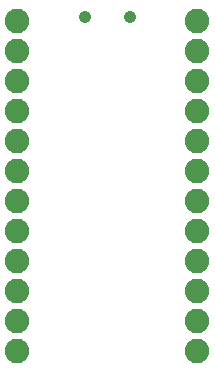
<source format=gbs>
G04 EAGLE Gerber RS-274X export*
G75*
%MOMM*%
%FSLAX34Y34*%
%LPD*%
%INSoldermask Bottom*%
%IPPOS*%
%AMOC8*
5,1,8,0,0,1.08239X$1,22.5*%
G01*
%ADD10C,2.082800*%
%ADD11C,1.053200*%


D10*
X165100Y292100D03*
X165100Y266700D03*
X165100Y241300D03*
X165100Y215900D03*
X165100Y190500D03*
X165100Y165100D03*
X165100Y139700D03*
X165100Y114300D03*
X165100Y88900D03*
X165100Y63500D03*
X165100Y38100D03*
X165100Y12700D03*
X12700Y12700D03*
X12700Y38100D03*
X12700Y63500D03*
X12700Y88900D03*
X12700Y114300D03*
X12700Y139700D03*
X12700Y165100D03*
X12700Y190500D03*
X12700Y215900D03*
X12700Y241300D03*
X12700Y266700D03*
X12700Y292100D03*
D11*
X107900Y295500D03*
X69900Y295500D03*
M02*

</source>
